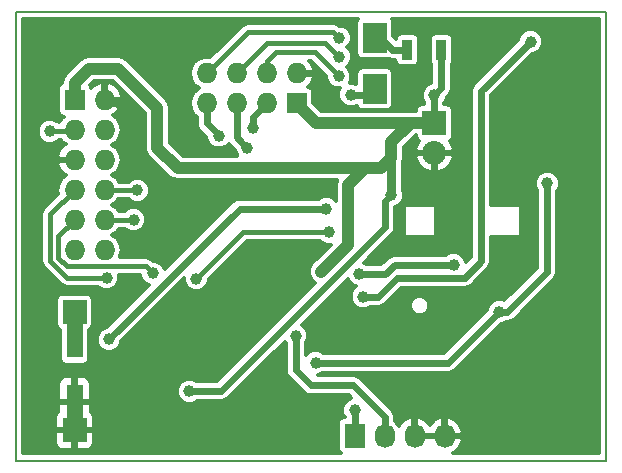
<source format=gbr>
G04 #@! TF.FileFunction,Copper,L2,Bot,Signal*
%FSLAX46Y46*%
G04 Gerber Fmt 4.6, Leading zero omitted, Abs format (unit mm)*
G04 Created by KiCad (PCBNEW 4.0.0-2.201512091501+6195~38~ubuntu15.10.1-stable) date do 17 dec 2015 22:41:49 CET*
%MOMM*%
G01*
G04 APERTURE LIST*
%ADD10C,0.100000*%
%ADD11C,0.150000*%
%ADD12R,1.727200X1.727200*%
%ADD13O,1.727200X1.727200*%
%ADD14R,2.000000X2.500000*%
%ADD15R,1.727200X2.032000*%
%ADD16O,1.727200X2.032000*%
%ADD17R,2.032000X2.032000*%
%ADD18O,2.032000X2.032000*%
%ADD19R,0.900000X1.700000*%
%ADD20R,1.399540X2.999740*%
%ADD21R,1.998980X1.998980*%
%ADD22C,1.000000*%
%ADD23C,0.600000*%
%ADD24C,0.800000*%
%ADD25C,1.000000*%
%ADD26C,0.400000*%
%ADD27C,0.300000*%
G04 APERTURE END LIST*
D10*
D11*
X124666666Y-69000000D02*
G75*
G03X124666666Y-69000000I-666666J0D01*
G01*
X123000000Y-69000000D02*
X125000000Y-69000000D01*
X124000000Y-68000000D02*
X124000000Y-70000000D01*
X88966666Y-60400000D02*
G75*
G03X88966666Y-60400000I-666666J0D01*
G01*
X87300000Y-60400000D02*
X89300000Y-60400000D01*
X88300000Y-59400000D02*
X88300000Y-61400000D01*
X98666666Y-91200000D02*
G75*
G03X98666666Y-91200000I-666666J0D01*
G01*
X97000000Y-91200000D02*
X99000000Y-91200000D01*
X98000000Y-90200000D02*
X98000000Y-92200000D01*
X77000000Y-95000000D02*
X77000000Y-57000000D01*
X127000000Y-95000000D02*
X77000000Y-95000000D01*
X127000000Y-57000000D02*
X127000000Y-95000000D01*
X77000000Y-57000000D02*
X127000000Y-57000000D01*
D12*
X100780000Y-64740000D03*
D13*
X100780000Y-62200000D03*
X98240000Y-64740000D03*
X98240000Y-62200000D03*
X95700000Y-64740000D03*
X95700000Y-62200000D03*
X93160000Y-64740000D03*
X93160000Y-62200000D03*
D14*
X107400000Y-63500000D03*
X107400000Y-59200000D03*
D15*
X105700000Y-92900000D03*
D16*
X108240000Y-92900000D03*
X110780000Y-92900000D03*
X113320000Y-92900000D03*
D17*
X112450000Y-66400000D03*
D18*
X112450000Y-68940000D03*
D19*
X113050000Y-60200000D03*
X110150000Y-60200000D03*
D20*
X81980000Y-84799040D03*
X81980000Y-90000960D03*
D21*
X81980000Y-82398740D03*
X81980000Y-92401260D03*
D12*
X81980000Y-64430000D03*
D13*
X84520000Y-64430000D03*
X81980000Y-66970000D03*
X84520000Y-66970000D03*
X81980000Y-69510000D03*
X84520000Y-69510000D03*
X81980000Y-72050000D03*
X84520000Y-72050000D03*
X81980000Y-74590000D03*
X84520000Y-74590000D03*
X81980000Y-77130000D03*
X84520000Y-77130000D03*
D22*
X102400000Y-86700000D03*
X122000000Y-71500000D03*
X117926091Y-82370428D03*
X109000000Y-82850000D03*
X104450000Y-81200000D03*
X87200000Y-66200000D03*
X110400000Y-72100000D03*
X103533548Y-75650000D03*
X92300000Y-79600000D03*
X88600000Y-79100000D03*
X105361890Y-64017668D03*
X103308012Y-73649979D03*
X84900000Y-84700000D03*
X100702832Y-84402832D03*
X104399998Y-60800000D03*
X104400006Y-59200000D03*
X96600000Y-68499992D03*
X97100000Y-66800000D03*
X104361870Y-62418909D03*
X106100000Y-79200000D03*
X114100000Y-78399980D03*
X87300000Y-72100000D03*
X87000000Y-74600000D03*
X84700000Y-79493621D03*
X79900000Y-67100000D03*
X94200000Y-67500000D03*
X105700000Y-90700000D03*
X120600000Y-59500000D03*
X106400000Y-81100000D03*
X89000000Y-68500000D03*
X102868478Y-78982720D03*
X112450000Y-64055051D03*
X91700000Y-89100000D03*
X108800000Y-72500000D03*
D23*
X117926091Y-82370428D02*
X113596519Y-86700000D01*
X113596519Y-86700000D02*
X102400000Y-86700000D01*
X118633197Y-82370428D02*
X117926091Y-82370428D01*
X122000000Y-71500000D02*
X122000000Y-79003625D01*
X122000000Y-79003625D02*
X118633197Y-82370428D01*
D24*
X104450000Y-82150000D02*
X105150000Y-82850000D01*
X105150000Y-82850000D02*
X109000000Y-82850000D01*
X104450000Y-81200000D02*
X104450000Y-82150000D01*
X85600000Y-64600000D02*
X84690000Y-64600000D01*
X84690000Y-64600000D02*
X84520000Y-64430000D01*
X87200000Y-66200000D02*
X85600000Y-64600000D01*
D25*
X81980000Y-90000960D02*
X81980000Y-92401260D01*
D26*
X81980000Y-91001770D02*
X81980000Y-92401260D01*
X92300000Y-79600000D02*
X96250000Y-75650000D01*
X96250000Y-75650000D02*
X103533548Y-75650000D01*
X87993601Y-78493601D02*
X88100001Y-78600001D01*
X88100001Y-78600001D02*
X88600000Y-79100000D01*
X80616399Y-75953601D02*
X80616399Y-77784529D01*
X81980000Y-74590000D02*
X80616399Y-75953601D01*
X80616399Y-77784529D02*
X81325471Y-78493601D01*
X81325471Y-78493601D02*
X87993601Y-78493601D01*
D23*
X107382332Y-64017668D02*
X106068996Y-64017668D01*
X106068996Y-64017668D02*
X105361890Y-64017668D01*
X107400000Y-64000000D02*
X107382332Y-64017668D01*
X110150000Y-60200000D02*
X108900000Y-60200000D01*
X108900000Y-60200000D02*
X107400000Y-58700000D01*
D25*
X81980000Y-84799040D02*
X81980000Y-82398740D01*
D23*
X84900000Y-84700000D02*
X95950021Y-73649979D01*
X95950021Y-73649979D02*
X102600906Y-73649979D01*
X102600906Y-73649979D02*
X103308012Y-73649979D01*
X100702832Y-87302832D02*
X100702832Y-85109938D01*
X102000000Y-88600000D02*
X100702832Y-87302832D01*
X105556000Y-88600000D02*
X102000000Y-88600000D01*
X108240000Y-91284000D02*
X105556000Y-88600000D01*
X100702832Y-85109938D02*
X100702832Y-84402832D01*
X108240000Y-92900000D02*
X108240000Y-91284000D01*
D26*
X95700000Y-62200000D02*
X98299988Y-59600012D01*
X98299988Y-59600012D02*
X103200010Y-59600012D01*
X103200010Y-59600012D02*
X103899999Y-60300001D01*
X103899999Y-60300001D02*
X104399998Y-60800000D01*
X103900007Y-58700001D02*
X104400006Y-59200000D01*
X96660000Y-58700000D02*
X103900007Y-58700001D01*
X93160000Y-62200000D02*
X96660000Y-58700000D01*
D23*
X95700000Y-64740000D02*
X95700000Y-67599992D01*
X95700000Y-67599992D02*
X96100001Y-67999993D01*
X96100001Y-67999993D02*
X96600000Y-68499992D01*
X97100000Y-65880000D02*
X97100000Y-66092894D01*
X97100000Y-66092894D02*
X97100000Y-66800000D01*
X98240000Y-64740000D02*
X97100000Y-65880000D01*
D26*
X98240000Y-62200000D02*
X98240000Y-61160000D01*
X98240000Y-61160000D02*
X99000000Y-60400000D01*
X99000000Y-60400000D02*
X102342961Y-60400000D01*
X102342961Y-60400000D02*
X104361870Y-62418909D01*
D23*
X106100000Y-79200000D02*
X108300000Y-79200000D01*
X108300000Y-79200000D02*
X109100020Y-78399980D01*
X109100020Y-78399980D02*
X113392894Y-78399980D01*
X113392894Y-78399980D02*
X114100000Y-78399980D01*
D26*
X87300000Y-72100000D02*
X84570000Y-72100000D01*
X84570000Y-72100000D02*
X84520000Y-72050000D01*
X87000000Y-74600000D02*
X84530000Y-74600000D01*
X84530000Y-74600000D02*
X84520000Y-74590000D01*
X81980000Y-72050000D02*
X79916389Y-74113611D01*
X81335528Y-79493621D02*
X83992894Y-79493621D01*
X79916389Y-78074482D02*
X81335528Y-79493621D01*
X79916389Y-74113611D02*
X79916389Y-78074482D01*
X83992894Y-79493621D02*
X84700000Y-79493621D01*
X79900000Y-67100000D02*
X81850000Y-67100000D01*
X81850000Y-67100000D02*
X81980000Y-66970000D01*
D23*
X94200000Y-67500000D02*
X94200000Y-67400000D01*
X94200000Y-67400000D02*
X93160000Y-66360000D01*
X93160000Y-66360000D02*
X93160000Y-64740000D01*
X105700000Y-90700000D02*
X105700000Y-92900000D01*
X106400000Y-81100000D02*
X107672806Y-81100000D01*
X107672806Y-81100000D02*
X109272797Y-79500009D01*
X114999991Y-79500009D02*
X116400000Y-78100000D01*
X109272797Y-79500009D02*
X114999991Y-79500009D01*
X116400000Y-78100000D02*
X116400000Y-63700000D01*
X116400000Y-63700000D02*
X120600000Y-59500000D01*
X91700000Y-89100000D02*
X94400000Y-89100000D01*
X94400000Y-89100000D02*
X108300001Y-75199999D01*
X108300001Y-75199999D02*
X108300001Y-72999999D01*
X108300001Y-72999999D02*
X108800000Y-72500000D01*
D25*
X106600000Y-70200000D02*
X90700000Y-70200000D01*
X90700000Y-70200000D02*
X89000000Y-68500000D01*
X89000000Y-65100000D02*
X85700000Y-61800000D01*
X89000000Y-68500000D02*
X89000000Y-65100000D01*
X85700000Y-61800000D02*
X83200000Y-61800000D01*
X83200000Y-61800000D02*
X81980000Y-63020000D01*
X81980000Y-63020000D02*
X81980000Y-64430000D01*
X102400000Y-66400000D02*
X100700000Y-64700000D01*
X112450000Y-66400000D02*
X102400000Y-66400000D01*
X110434000Y-66400000D02*
X112450000Y-66400000D01*
D23*
X113050000Y-60200000D02*
X113050000Y-63455051D01*
X113050000Y-63455051D02*
X112450000Y-64055051D01*
X112450000Y-64055051D02*
X112450000Y-66400000D01*
D25*
X102868478Y-78982720D02*
X105156018Y-76695180D01*
X105156018Y-76695180D02*
X105156018Y-71643982D01*
X108800000Y-68034000D02*
X110434000Y-66400000D01*
X105156018Y-71643982D02*
X106600000Y-70200000D01*
X106600000Y-70200000D02*
X107934000Y-70200000D01*
X108800000Y-69334000D02*
X108800000Y-68034000D01*
X107934000Y-70200000D02*
X108800000Y-69334000D01*
D24*
X108800000Y-69334000D02*
X108800000Y-72500000D01*
D27*
G36*
X105883406Y-57731827D02*
X105839225Y-57950000D01*
X105839225Y-60450000D01*
X105877576Y-60653818D01*
X105998032Y-60841012D01*
X106181827Y-60966594D01*
X106400000Y-61010775D01*
X108400000Y-61010775D01*
X108566079Y-60979525D01*
X108574719Y-60985298D01*
X108900000Y-61050000D01*
X109139225Y-61050000D01*
X109177576Y-61253818D01*
X109298032Y-61441012D01*
X109481827Y-61566594D01*
X109700000Y-61610775D01*
X110600000Y-61610775D01*
X110803818Y-61572424D01*
X110991012Y-61451968D01*
X111116594Y-61268173D01*
X111160775Y-61050000D01*
X111160775Y-59350000D01*
X111122424Y-59146182D01*
X111001968Y-58958988D01*
X110818173Y-58833406D01*
X110600000Y-58789225D01*
X109700000Y-58789225D01*
X109496182Y-58827576D01*
X109308988Y-58948032D01*
X109183406Y-59131827D01*
X109158230Y-59256148D01*
X108960775Y-59058693D01*
X108960775Y-57950000D01*
X108922424Y-57746182D01*
X108844446Y-57625000D01*
X126375000Y-57625000D01*
X126375000Y-94375000D01*
X114017124Y-94375000D01*
X114254500Y-94256287D01*
X114644073Y-93807029D01*
X114832068Y-93242885D01*
X114678750Y-93004000D01*
X113424000Y-93004000D01*
X113424000Y-93024000D01*
X113216000Y-93024000D01*
X113216000Y-93004000D01*
X110884000Y-93004000D01*
X110884000Y-93024000D01*
X110676000Y-93024000D01*
X110676000Y-93004000D01*
X110656000Y-93004000D01*
X110656000Y-92796000D01*
X110676000Y-92796000D01*
X110676000Y-91394491D01*
X110884000Y-91394491D01*
X110884000Y-92796000D01*
X113216000Y-92796000D01*
X113216000Y-91394491D01*
X113424000Y-91394491D01*
X113424000Y-92796000D01*
X114678750Y-92796000D01*
X114832068Y-92557115D01*
X114644073Y-91992971D01*
X114254500Y-91543713D01*
X113722658Y-91277736D01*
X113660194Y-91264517D01*
X113424000Y-91394491D01*
X113216000Y-91394491D01*
X112979806Y-91264517D01*
X112917342Y-91277736D01*
X112385500Y-91543713D01*
X112050000Y-91930614D01*
X111714500Y-91543713D01*
X111182658Y-91277736D01*
X111120194Y-91264517D01*
X110884000Y-91394491D01*
X110676000Y-91394491D01*
X110439806Y-91264517D01*
X110377342Y-91277736D01*
X109845500Y-91543713D01*
X109455927Y-91992971D01*
X109445212Y-92025125D01*
X109239566Y-91717354D01*
X109090000Y-91617417D01*
X109090000Y-91284000D01*
X109025298Y-90958719D01*
X108841041Y-90682959D01*
X106157041Y-87998959D01*
X105881281Y-87814702D01*
X105556000Y-87750000D01*
X102608382Y-87750000D01*
X102994000Y-87590666D01*
X103034737Y-87550000D01*
X113596519Y-87550000D01*
X113921800Y-87485298D01*
X114197560Y-87301041D01*
X118078039Y-83420561D01*
X118134033Y-83420610D01*
X118520091Y-83261094D01*
X118560828Y-83220428D01*
X118633197Y-83220428D01*
X118958478Y-83155726D01*
X119234238Y-82971469D01*
X122601038Y-79604668D01*
X122601041Y-79604666D01*
X122785298Y-79328906D01*
X122850000Y-79003625D01*
X122850000Y-72135113D01*
X122889628Y-72095554D01*
X123049818Y-71709774D01*
X123050182Y-71292058D01*
X122890666Y-70906000D01*
X122595554Y-70610372D01*
X122209774Y-70450182D01*
X121792058Y-70449818D01*
X121406000Y-70609334D01*
X121110372Y-70904446D01*
X120950182Y-71290226D01*
X120949818Y-71707942D01*
X121109334Y-72094000D01*
X121150000Y-72134737D01*
X121150000Y-78651544D01*
X118379689Y-81421854D01*
X118135865Y-81320610D01*
X117718149Y-81320246D01*
X117332091Y-81479762D01*
X117036463Y-81774874D01*
X116876273Y-82160654D01*
X116876223Y-82218215D01*
X113244437Y-85850000D01*
X103035113Y-85850000D01*
X102995554Y-85810372D01*
X102609774Y-85650182D01*
X102192058Y-85649818D01*
X101806000Y-85809334D01*
X101552832Y-86062060D01*
X101552832Y-85037945D01*
X101592460Y-84998386D01*
X101752650Y-84612606D01*
X101753014Y-84194890D01*
X101593498Y-83808832D01*
X101298386Y-83513204D01*
X101221008Y-83481074D01*
X105121253Y-79580829D01*
X105209334Y-79794000D01*
X105504446Y-80089628D01*
X105802102Y-80213226D01*
X105510372Y-80504446D01*
X105350182Y-80890226D01*
X105349818Y-81307942D01*
X105509334Y-81694000D01*
X105804446Y-81989628D01*
X106190226Y-82149818D01*
X106607942Y-82150182D01*
X106902599Y-82028432D01*
X110399861Y-82028432D01*
X110521397Y-82322572D01*
X110746245Y-82547812D01*
X111040172Y-82669861D01*
X111358432Y-82670139D01*
X111652572Y-82548603D01*
X111877812Y-82323755D01*
X111999861Y-82029828D01*
X112000139Y-81711568D01*
X111878603Y-81417428D01*
X111653755Y-81192188D01*
X111359828Y-81070139D01*
X111041568Y-81069861D01*
X110747428Y-81191397D01*
X110522188Y-81416245D01*
X110400139Y-81710172D01*
X110399861Y-82028432D01*
X106902599Y-82028432D01*
X106994000Y-81990666D01*
X107034737Y-81950000D01*
X107672806Y-81950000D01*
X107998087Y-81885298D01*
X108273847Y-81701041D01*
X109624879Y-80350009D01*
X114999991Y-80350009D01*
X115325272Y-80285307D01*
X115601032Y-80101050D01*
X117001041Y-78701041D01*
X117185298Y-78425281D01*
X117250001Y-78100000D01*
X117250000Y-78099995D01*
X117250000Y-76050000D01*
X119600000Y-76050000D01*
X119654519Y-76039742D01*
X119704591Y-76007521D01*
X119738182Y-75958358D01*
X119750000Y-75900000D01*
X119750000Y-73500000D01*
X119739742Y-73445481D01*
X119707521Y-73395409D01*
X119658358Y-73361818D01*
X119600000Y-73350000D01*
X117250000Y-73350000D01*
X117250000Y-64052082D01*
X120751949Y-60550133D01*
X120807942Y-60550182D01*
X121194000Y-60390666D01*
X121489628Y-60095554D01*
X121649818Y-59709774D01*
X121650182Y-59292058D01*
X121490666Y-58906000D01*
X121195554Y-58610372D01*
X120809774Y-58450182D01*
X120392058Y-58449818D01*
X120006000Y-58609334D01*
X119710372Y-58904446D01*
X119550182Y-59290226D01*
X119550132Y-59347786D01*
X115798959Y-63098959D01*
X115614702Y-63374719D01*
X115550000Y-63700000D01*
X115550000Y-77747918D01*
X115137229Y-78160689D01*
X114990666Y-77805980D01*
X114695554Y-77510352D01*
X114309774Y-77350162D01*
X113892058Y-77349798D01*
X113506000Y-77509314D01*
X113465263Y-77549980D01*
X109100020Y-77549980D01*
X108774739Y-77614682D01*
X108498979Y-77798939D01*
X107947918Y-78350000D01*
X106735113Y-78350000D01*
X106695554Y-78310372D01*
X106480859Y-78221223D01*
X108901042Y-75801040D01*
X109085299Y-75525280D01*
X109150001Y-75199999D01*
X109150001Y-73500000D01*
X109850000Y-73500000D01*
X109850000Y-75900000D01*
X109860258Y-75954519D01*
X109892479Y-76004591D01*
X109941642Y-76038182D01*
X110000000Y-76050000D01*
X112400000Y-76050000D01*
X112454519Y-76039742D01*
X112504591Y-76007521D01*
X112538182Y-75958358D01*
X112550000Y-75900000D01*
X112550000Y-73500000D01*
X112539742Y-73445481D01*
X112507521Y-73395409D01*
X112458358Y-73361818D01*
X112400000Y-73350000D01*
X110000000Y-73350000D01*
X109945481Y-73360258D01*
X109895409Y-73392479D01*
X109861818Y-73441642D01*
X109850000Y-73500000D01*
X109150001Y-73500000D01*
X109150001Y-73491484D01*
X109394000Y-73390666D01*
X109689628Y-73095554D01*
X109849818Y-72709774D01*
X109850182Y-72292058D01*
X109750000Y-72049599D01*
X109750000Y-69765861D01*
X109770074Y-69735818D01*
X109850000Y-69334000D01*
X109850000Y-69304086D01*
X110816066Y-69304086D01*
X111079772Y-69901651D01*
X111552082Y-70352813D01*
X112085915Y-70573927D01*
X112346000Y-70445913D01*
X112346000Y-69044000D01*
X112554000Y-69044000D01*
X112554000Y-70445913D01*
X112814085Y-70573927D01*
X113347918Y-70352813D01*
X113820228Y-69901651D01*
X114083934Y-69304086D01*
X113956273Y-69044000D01*
X112554000Y-69044000D01*
X112346000Y-69044000D01*
X110943727Y-69044000D01*
X110816066Y-69304086D01*
X109850000Y-69304086D01*
X109850000Y-68468924D01*
X110868924Y-67450000D01*
X110879623Y-67450000D01*
X110911576Y-67619818D01*
X111032032Y-67807012D01*
X111164434Y-67897478D01*
X111079772Y-67978349D01*
X110816066Y-68575914D01*
X110943727Y-68836000D01*
X112346000Y-68836000D01*
X112346000Y-68816000D01*
X112554000Y-68816000D01*
X112554000Y-68836000D01*
X113956273Y-68836000D01*
X114083934Y-68575914D01*
X113820228Y-67978349D01*
X113734714Y-67896664D01*
X113857012Y-67817968D01*
X113982594Y-67634173D01*
X114026775Y-67416000D01*
X114026775Y-65384000D01*
X113988424Y-65180182D01*
X113867968Y-64992988D01*
X113684173Y-64867406D01*
X113466000Y-64823225D01*
X113300000Y-64823225D01*
X113300000Y-64690164D01*
X113339628Y-64650605D01*
X113499818Y-64264825D01*
X113499868Y-64207265D01*
X113651041Y-64056092D01*
X113835298Y-63780332D01*
X113900000Y-63455051D01*
X113900000Y-61438814D01*
X114016594Y-61268173D01*
X114060775Y-61050000D01*
X114060775Y-59350000D01*
X114022424Y-59146182D01*
X113901968Y-58958988D01*
X113718173Y-58833406D01*
X113500000Y-58789225D01*
X112600000Y-58789225D01*
X112396182Y-58827576D01*
X112208988Y-58948032D01*
X112083406Y-59131827D01*
X112039225Y-59350000D01*
X112039225Y-61050000D01*
X112077576Y-61253818D01*
X112198032Y-61441012D01*
X112200000Y-61442357D01*
X112200000Y-63022247D01*
X111856000Y-63164385D01*
X111560372Y-63459497D01*
X111400182Y-63845277D01*
X111399818Y-64262993D01*
X111559334Y-64649051D01*
X111600000Y-64689788D01*
X111600000Y-64823225D01*
X111434000Y-64823225D01*
X111230182Y-64861576D01*
X111042988Y-64982032D01*
X110917406Y-65165827D01*
X110880110Y-65350000D01*
X102834924Y-65350000D01*
X102204375Y-64719451D01*
X102204375Y-63876400D01*
X102166024Y-63672582D01*
X102045568Y-63485388D01*
X101861773Y-63359806D01*
X101757445Y-63338679D01*
X102069257Y-63008149D01*
X102263083Y-62540194D01*
X102133109Y-62304000D01*
X100884000Y-62304000D01*
X100884000Y-62324000D01*
X100676000Y-62324000D01*
X100676000Y-62304000D01*
X100656000Y-62304000D01*
X100656000Y-62096000D01*
X100676000Y-62096000D01*
X100676000Y-62076000D01*
X100884000Y-62076000D01*
X100884000Y-62096000D01*
X102133109Y-62096000D01*
X102263083Y-61859806D01*
X102069257Y-61391851D01*
X101841102Y-61150000D01*
X102032301Y-61150000D01*
X103311860Y-62429559D01*
X103311688Y-62626851D01*
X103471204Y-63012909D01*
X103766316Y-63308537D01*
X104152096Y-63468727D01*
X104452798Y-63468989D01*
X104312072Y-63807894D01*
X104311708Y-64225610D01*
X104471224Y-64611668D01*
X104766336Y-64907296D01*
X105152116Y-65067486D01*
X105569832Y-65067850D01*
X105875284Y-64941640D01*
X105877576Y-64953818D01*
X105998032Y-65141012D01*
X106181827Y-65266594D01*
X106400000Y-65310775D01*
X108400000Y-65310775D01*
X108603818Y-65272424D01*
X108791012Y-65151968D01*
X108916594Y-64968173D01*
X108960775Y-64750000D01*
X108960775Y-62250000D01*
X108922424Y-62046182D01*
X108801968Y-61858988D01*
X108618173Y-61733406D01*
X108400000Y-61689225D01*
X106400000Y-61689225D01*
X106196182Y-61727576D01*
X106008988Y-61848032D01*
X105883406Y-62031827D01*
X105839225Y-62250000D01*
X105839225Y-63078951D01*
X105571664Y-62967850D01*
X105270962Y-62967588D01*
X105411688Y-62628683D01*
X105412052Y-62210967D01*
X105252536Y-61824909D01*
X105056371Y-61628401D01*
X105289626Y-61395554D01*
X105449816Y-61009774D01*
X105450180Y-60592058D01*
X105290664Y-60206000D01*
X105084927Y-59999903D01*
X105289634Y-59795554D01*
X105449824Y-59409774D01*
X105450188Y-58992058D01*
X105290672Y-58606000D01*
X104995560Y-58310372D01*
X104609780Y-58150182D01*
X104400897Y-58150000D01*
X104187020Y-58007091D01*
X103900007Y-57950001D01*
X96660000Y-57950000D01*
X96372987Y-58007090D01*
X96129670Y-58169670D01*
X93458978Y-60840362D01*
X93187694Y-60786400D01*
X93132306Y-60786400D01*
X92591345Y-60894004D01*
X92132740Y-61200434D01*
X91826310Y-61659039D01*
X91718706Y-62200000D01*
X91826310Y-62740961D01*
X92132740Y-63199566D01*
X92537473Y-63470000D01*
X92132740Y-63740434D01*
X91826310Y-64199039D01*
X91718706Y-64740000D01*
X91826310Y-65280961D01*
X92132740Y-65739566D01*
X92310000Y-65858007D01*
X92310000Y-66360000D01*
X92374702Y-66685281D01*
X92558959Y-66961041D01*
X93149954Y-67552036D01*
X93149818Y-67707942D01*
X93309334Y-68094000D01*
X93604446Y-68389628D01*
X93990226Y-68549818D01*
X94407942Y-68550182D01*
X94794000Y-68390666D01*
X95052947Y-68132171D01*
X95098959Y-68201033D01*
X95549867Y-68651941D01*
X95549818Y-68707934D01*
X95709334Y-69093992D01*
X95765244Y-69150000D01*
X91134924Y-69150000D01*
X90050000Y-68065076D01*
X90050000Y-65100000D01*
X89970074Y-64698182D01*
X89742462Y-64357538D01*
X86442462Y-61057538D01*
X86101818Y-60829926D01*
X85700000Y-60750000D01*
X83200000Y-60750000D01*
X82798182Y-60829926D01*
X82468819Y-61050000D01*
X82457538Y-61057538D01*
X81237538Y-62277538D01*
X81009926Y-62618182D01*
X80930000Y-63020000D01*
X80930000Y-63040699D01*
X80912582Y-63043976D01*
X80725388Y-63164432D01*
X80599806Y-63348227D01*
X80555625Y-63566400D01*
X80555625Y-65293600D01*
X80593976Y-65497418D01*
X80714432Y-65684612D01*
X80898227Y-65810194D01*
X81116400Y-65854375D01*
X81126435Y-65854375D01*
X80952740Y-65970434D01*
X80699122Y-66350000D01*
X80634938Y-66350000D01*
X80495554Y-66210372D01*
X80109774Y-66050182D01*
X79692058Y-66049818D01*
X79306000Y-66209334D01*
X79010372Y-66504446D01*
X78850182Y-66890226D01*
X78849818Y-67307942D01*
X79009334Y-67694000D01*
X79304446Y-67989628D01*
X79690226Y-68149818D01*
X80107942Y-68150182D01*
X80494000Y-67990666D01*
X80634912Y-67850000D01*
X80872849Y-67850000D01*
X80952740Y-67969566D01*
X81280130Y-68188321D01*
X81098147Y-68269990D01*
X80690743Y-68701851D01*
X80496917Y-69169806D01*
X80626891Y-69406000D01*
X81876000Y-69406000D01*
X81876000Y-69386000D01*
X82084000Y-69386000D01*
X82084000Y-69406000D01*
X82104000Y-69406000D01*
X82104000Y-69614000D01*
X82084000Y-69614000D01*
X82084000Y-69634000D01*
X81876000Y-69634000D01*
X81876000Y-69614000D01*
X80626891Y-69614000D01*
X80496917Y-69850194D01*
X80690743Y-70318149D01*
X81098147Y-70750010D01*
X81280130Y-70831679D01*
X80952740Y-71050434D01*
X80646310Y-71509039D01*
X80538706Y-72050000D01*
X80601857Y-72367483D01*
X79386059Y-73583281D01*
X79223479Y-73826598D01*
X79166389Y-74113611D01*
X79166389Y-78074482D01*
X79223479Y-78361495D01*
X79386059Y-78604812D01*
X80805198Y-80023951D01*
X81048515Y-80186531D01*
X81335528Y-80243621D01*
X83965062Y-80243621D01*
X84104446Y-80383249D01*
X84490226Y-80543439D01*
X84907942Y-80543803D01*
X85294000Y-80384287D01*
X85589628Y-80089175D01*
X85749818Y-79703395D01*
X85750182Y-79285679D01*
X85732796Y-79243601D01*
X87549874Y-79243601D01*
X87549818Y-79307942D01*
X87709334Y-79694000D01*
X88004446Y-79989628D01*
X88289801Y-80108118D01*
X84748051Y-83649867D01*
X84692058Y-83649818D01*
X84306000Y-83809334D01*
X84010372Y-84104446D01*
X83850182Y-84490226D01*
X83849818Y-84907942D01*
X84009334Y-85294000D01*
X84304446Y-85589628D01*
X84690226Y-85749818D01*
X85107942Y-85750182D01*
X85494000Y-85590666D01*
X85789628Y-85295554D01*
X85949818Y-84909774D01*
X85949868Y-84852214D01*
X91250041Y-79552040D01*
X91249818Y-79807942D01*
X91409334Y-80194000D01*
X91704446Y-80489628D01*
X92090226Y-80649818D01*
X92507942Y-80650182D01*
X92894000Y-80490666D01*
X93189628Y-80195554D01*
X93349818Y-79809774D01*
X93349992Y-79610668D01*
X96560660Y-76400000D01*
X102798610Y-76400000D01*
X102937994Y-76539628D01*
X103323774Y-76699818D01*
X103666158Y-76700116D01*
X102126664Y-78239610D01*
X101978850Y-78387166D01*
X101818660Y-78772946D01*
X101818296Y-79190662D01*
X101977812Y-79576720D01*
X102272924Y-79872348D01*
X102380783Y-79917135D01*
X94047918Y-88250000D01*
X92335113Y-88250000D01*
X92295554Y-88210372D01*
X91909774Y-88050182D01*
X91492058Y-88049818D01*
X91106000Y-88209334D01*
X90810372Y-88504446D01*
X90650182Y-88890226D01*
X90649818Y-89307942D01*
X90809334Y-89694000D01*
X91104446Y-89989628D01*
X91490226Y-90149818D01*
X91907942Y-90150182D01*
X92294000Y-89990666D01*
X92334737Y-89950000D01*
X94400000Y-89950000D01*
X94725281Y-89885298D01*
X95001041Y-89701041D01*
X99780906Y-84921176D01*
X99812166Y-84996832D01*
X99852832Y-85037569D01*
X99852832Y-87302832D01*
X99917534Y-87628113D01*
X100101791Y-87903873D01*
X101398957Y-89201038D01*
X101398959Y-89201041D01*
X101674719Y-89385298D01*
X102000000Y-89450001D01*
X102000005Y-89450000D01*
X105203918Y-89450000D01*
X105429560Y-89675642D01*
X105106000Y-89809334D01*
X104810372Y-90104446D01*
X104650182Y-90490226D01*
X104649818Y-90907942D01*
X104809334Y-91294000D01*
X104838508Y-91323225D01*
X104836400Y-91323225D01*
X104632582Y-91361576D01*
X104445388Y-91482032D01*
X104319806Y-91665827D01*
X104275625Y-91884000D01*
X104275625Y-93916000D01*
X104313976Y-94119818D01*
X104434432Y-94307012D01*
X104533936Y-94375000D01*
X77625000Y-94375000D01*
X77625000Y-92669760D01*
X80322510Y-92669760D01*
X80322510Y-93531634D01*
X80422684Y-93773477D01*
X80607783Y-93958575D01*
X80849625Y-94058750D01*
X81711500Y-94058750D01*
X81876000Y-93894250D01*
X81876000Y-92505260D01*
X82084000Y-92505260D01*
X82084000Y-93894250D01*
X82248500Y-94058750D01*
X83110375Y-94058750D01*
X83352217Y-93958575D01*
X83537316Y-93773477D01*
X83637490Y-93531634D01*
X83637490Y-92669760D01*
X83472990Y-92505260D01*
X82084000Y-92505260D01*
X81876000Y-92505260D01*
X80487010Y-92505260D01*
X80322510Y-92669760D01*
X77625000Y-92669760D01*
X77625000Y-91270886D01*
X80322510Y-91270886D01*
X80322510Y-92132760D01*
X80487010Y-92297260D01*
X81876000Y-92297260D01*
X81876000Y-90104960D01*
X82084000Y-90104960D01*
X82084000Y-92297260D01*
X83472990Y-92297260D01*
X83637490Y-92132760D01*
X83637490Y-91270886D01*
X83537316Y-91029043D01*
X83352217Y-90843945D01*
X83337770Y-90837961D01*
X83337770Y-90269460D01*
X83173270Y-90104960D01*
X82084000Y-90104960D01*
X81876000Y-90104960D01*
X80786730Y-90104960D01*
X80622230Y-90269460D01*
X80622230Y-90837961D01*
X80607783Y-90843945D01*
X80422684Y-91029043D01*
X80322510Y-91270886D01*
X77625000Y-91270886D01*
X77625000Y-88370206D01*
X80622230Y-88370206D01*
X80622230Y-89732460D01*
X80786730Y-89896960D01*
X81876000Y-89896960D01*
X81876000Y-88007590D01*
X82084000Y-88007590D01*
X82084000Y-89896960D01*
X83173270Y-89896960D01*
X83337770Y-89732460D01*
X83337770Y-88370206D01*
X83237596Y-88128363D01*
X83052497Y-87943265D01*
X82810655Y-87843090D01*
X82248500Y-87843090D01*
X82084000Y-88007590D01*
X81876000Y-88007590D01*
X81711500Y-87843090D01*
X81149345Y-87843090D01*
X80907503Y-87943265D01*
X80722404Y-88128363D01*
X80622230Y-88370206D01*
X77625000Y-88370206D01*
X77625000Y-81399250D01*
X80419735Y-81399250D01*
X80419735Y-83398230D01*
X80458086Y-83602048D01*
X80578542Y-83789242D01*
X80719455Y-83885524D01*
X80719455Y-86298910D01*
X80757806Y-86502728D01*
X80878262Y-86689922D01*
X81062057Y-86815504D01*
X81280230Y-86859685D01*
X82679770Y-86859685D01*
X82883588Y-86821334D01*
X83070782Y-86700878D01*
X83196364Y-86517083D01*
X83240545Y-86298910D01*
X83240545Y-83883823D01*
X83370502Y-83800198D01*
X83496084Y-83616403D01*
X83540265Y-83398230D01*
X83540265Y-81399250D01*
X83501914Y-81195432D01*
X83381458Y-81008238D01*
X83197663Y-80882656D01*
X82979490Y-80838475D01*
X80980510Y-80838475D01*
X80776692Y-80876826D01*
X80589498Y-80997282D01*
X80463916Y-81181077D01*
X80419735Y-81399250D01*
X77625000Y-81399250D01*
X77625000Y-57625000D01*
X105956398Y-57625000D01*
X105883406Y-57731827D01*
X105883406Y-57731827D01*
G37*
X105883406Y-57731827D02*
X105839225Y-57950000D01*
X105839225Y-60450000D01*
X105877576Y-60653818D01*
X105998032Y-60841012D01*
X106181827Y-60966594D01*
X106400000Y-61010775D01*
X108400000Y-61010775D01*
X108566079Y-60979525D01*
X108574719Y-60985298D01*
X108900000Y-61050000D01*
X109139225Y-61050000D01*
X109177576Y-61253818D01*
X109298032Y-61441012D01*
X109481827Y-61566594D01*
X109700000Y-61610775D01*
X110600000Y-61610775D01*
X110803818Y-61572424D01*
X110991012Y-61451968D01*
X111116594Y-61268173D01*
X111160775Y-61050000D01*
X111160775Y-59350000D01*
X111122424Y-59146182D01*
X111001968Y-58958988D01*
X110818173Y-58833406D01*
X110600000Y-58789225D01*
X109700000Y-58789225D01*
X109496182Y-58827576D01*
X109308988Y-58948032D01*
X109183406Y-59131827D01*
X109158230Y-59256148D01*
X108960775Y-59058693D01*
X108960775Y-57950000D01*
X108922424Y-57746182D01*
X108844446Y-57625000D01*
X126375000Y-57625000D01*
X126375000Y-94375000D01*
X114017124Y-94375000D01*
X114254500Y-94256287D01*
X114644073Y-93807029D01*
X114832068Y-93242885D01*
X114678750Y-93004000D01*
X113424000Y-93004000D01*
X113424000Y-93024000D01*
X113216000Y-93024000D01*
X113216000Y-93004000D01*
X110884000Y-93004000D01*
X110884000Y-93024000D01*
X110676000Y-93024000D01*
X110676000Y-93004000D01*
X110656000Y-93004000D01*
X110656000Y-92796000D01*
X110676000Y-92796000D01*
X110676000Y-91394491D01*
X110884000Y-91394491D01*
X110884000Y-92796000D01*
X113216000Y-92796000D01*
X113216000Y-91394491D01*
X113424000Y-91394491D01*
X113424000Y-92796000D01*
X114678750Y-92796000D01*
X114832068Y-92557115D01*
X114644073Y-91992971D01*
X114254500Y-91543713D01*
X113722658Y-91277736D01*
X113660194Y-91264517D01*
X113424000Y-91394491D01*
X113216000Y-91394491D01*
X112979806Y-91264517D01*
X112917342Y-91277736D01*
X112385500Y-91543713D01*
X112050000Y-91930614D01*
X111714500Y-91543713D01*
X111182658Y-91277736D01*
X111120194Y-91264517D01*
X110884000Y-91394491D01*
X110676000Y-91394491D01*
X110439806Y-91264517D01*
X110377342Y-91277736D01*
X109845500Y-91543713D01*
X109455927Y-91992971D01*
X109445212Y-92025125D01*
X109239566Y-91717354D01*
X109090000Y-91617417D01*
X109090000Y-91284000D01*
X109025298Y-90958719D01*
X108841041Y-90682959D01*
X106157041Y-87998959D01*
X105881281Y-87814702D01*
X105556000Y-87750000D01*
X102608382Y-87750000D01*
X102994000Y-87590666D01*
X103034737Y-87550000D01*
X113596519Y-87550000D01*
X113921800Y-87485298D01*
X114197560Y-87301041D01*
X118078039Y-83420561D01*
X118134033Y-83420610D01*
X118520091Y-83261094D01*
X118560828Y-83220428D01*
X118633197Y-83220428D01*
X118958478Y-83155726D01*
X119234238Y-82971469D01*
X122601038Y-79604668D01*
X122601041Y-79604666D01*
X122785298Y-79328906D01*
X122850000Y-79003625D01*
X122850000Y-72135113D01*
X122889628Y-72095554D01*
X123049818Y-71709774D01*
X123050182Y-71292058D01*
X122890666Y-70906000D01*
X122595554Y-70610372D01*
X122209774Y-70450182D01*
X121792058Y-70449818D01*
X121406000Y-70609334D01*
X121110372Y-70904446D01*
X120950182Y-71290226D01*
X120949818Y-71707942D01*
X121109334Y-72094000D01*
X121150000Y-72134737D01*
X121150000Y-78651544D01*
X118379689Y-81421854D01*
X118135865Y-81320610D01*
X117718149Y-81320246D01*
X117332091Y-81479762D01*
X117036463Y-81774874D01*
X116876273Y-82160654D01*
X116876223Y-82218215D01*
X113244437Y-85850000D01*
X103035113Y-85850000D01*
X102995554Y-85810372D01*
X102609774Y-85650182D01*
X102192058Y-85649818D01*
X101806000Y-85809334D01*
X101552832Y-86062060D01*
X101552832Y-85037945D01*
X101592460Y-84998386D01*
X101752650Y-84612606D01*
X101753014Y-84194890D01*
X101593498Y-83808832D01*
X101298386Y-83513204D01*
X101221008Y-83481074D01*
X105121253Y-79580829D01*
X105209334Y-79794000D01*
X105504446Y-80089628D01*
X105802102Y-80213226D01*
X105510372Y-80504446D01*
X105350182Y-80890226D01*
X105349818Y-81307942D01*
X105509334Y-81694000D01*
X105804446Y-81989628D01*
X106190226Y-82149818D01*
X106607942Y-82150182D01*
X106902599Y-82028432D01*
X110399861Y-82028432D01*
X110521397Y-82322572D01*
X110746245Y-82547812D01*
X111040172Y-82669861D01*
X111358432Y-82670139D01*
X111652572Y-82548603D01*
X111877812Y-82323755D01*
X111999861Y-82029828D01*
X112000139Y-81711568D01*
X111878603Y-81417428D01*
X111653755Y-81192188D01*
X111359828Y-81070139D01*
X111041568Y-81069861D01*
X110747428Y-81191397D01*
X110522188Y-81416245D01*
X110400139Y-81710172D01*
X110399861Y-82028432D01*
X106902599Y-82028432D01*
X106994000Y-81990666D01*
X107034737Y-81950000D01*
X107672806Y-81950000D01*
X107998087Y-81885298D01*
X108273847Y-81701041D01*
X109624879Y-80350009D01*
X114999991Y-80350009D01*
X115325272Y-80285307D01*
X115601032Y-80101050D01*
X117001041Y-78701041D01*
X117185298Y-78425281D01*
X117250001Y-78100000D01*
X117250000Y-78099995D01*
X117250000Y-76050000D01*
X119600000Y-76050000D01*
X119654519Y-76039742D01*
X119704591Y-76007521D01*
X119738182Y-75958358D01*
X119750000Y-75900000D01*
X119750000Y-73500000D01*
X119739742Y-73445481D01*
X119707521Y-73395409D01*
X119658358Y-73361818D01*
X119600000Y-73350000D01*
X117250000Y-73350000D01*
X117250000Y-64052082D01*
X120751949Y-60550133D01*
X120807942Y-60550182D01*
X121194000Y-60390666D01*
X121489628Y-60095554D01*
X121649818Y-59709774D01*
X121650182Y-59292058D01*
X121490666Y-58906000D01*
X121195554Y-58610372D01*
X120809774Y-58450182D01*
X120392058Y-58449818D01*
X120006000Y-58609334D01*
X119710372Y-58904446D01*
X119550182Y-59290226D01*
X119550132Y-59347786D01*
X115798959Y-63098959D01*
X115614702Y-63374719D01*
X115550000Y-63700000D01*
X115550000Y-77747918D01*
X115137229Y-78160689D01*
X114990666Y-77805980D01*
X114695554Y-77510352D01*
X114309774Y-77350162D01*
X113892058Y-77349798D01*
X113506000Y-77509314D01*
X113465263Y-77549980D01*
X109100020Y-77549980D01*
X108774739Y-77614682D01*
X108498979Y-77798939D01*
X107947918Y-78350000D01*
X106735113Y-78350000D01*
X106695554Y-78310372D01*
X106480859Y-78221223D01*
X108901042Y-75801040D01*
X109085299Y-75525280D01*
X109150001Y-75199999D01*
X109150001Y-73500000D01*
X109850000Y-73500000D01*
X109850000Y-75900000D01*
X109860258Y-75954519D01*
X109892479Y-76004591D01*
X109941642Y-76038182D01*
X110000000Y-76050000D01*
X112400000Y-76050000D01*
X112454519Y-76039742D01*
X112504591Y-76007521D01*
X112538182Y-75958358D01*
X112550000Y-75900000D01*
X112550000Y-73500000D01*
X112539742Y-73445481D01*
X112507521Y-73395409D01*
X112458358Y-73361818D01*
X112400000Y-73350000D01*
X110000000Y-73350000D01*
X109945481Y-73360258D01*
X109895409Y-73392479D01*
X109861818Y-73441642D01*
X109850000Y-73500000D01*
X109150001Y-73500000D01*
X109150001Y-73491484D01*
X109394000Y-73390666D01*
X109689628Y-73095554D01*
X109849818Y-72709774D01*
X109850182Y-72292058D01*
X109750000Y-72049599D01*
X109750000Y-69765861D01*
X109770074Y-69735818D01*
X109850000Y-69334000D01*
X109850000Y-69304086D01*
X110816066Y-69304086D01*
X111079772Y-69901651D01*
X111552082Y-70352813D01*
X112085915Y-70573927D01*
X112346000Y-70445913D01*
X112346000Y-69044000D01*
X112554000Y-69044000D01*
X112554000Y-70445913D01*
X112814085Y-70573927D01*
X113347918Y-70352813D01*
X113820228Y-69901651D01*
X114083934Y-69304086D01*
X113956273Y-69044000D01*
X112554000Y-69044000D01*
X112346000Y-69044000D01*
X110943727Y-69044000D01*
X110816066Y-69304086D01*
X109850000Y-69304086D01*
X109850000Y-68468924D01*
X110868924Y-67450000D01*
X110879623Y-67450000D01*
X110911576Y-67619818D01*
X111032032Y-67807012D01*
X111164434Y-67897478D01*
X111079772Y-67978349D01*
X110816066Y-68575914D01*
X110943727Y-68836000D01*
X112346000Y-68836000D01*
X112346000Y-68816000D01*
X112554000Y-68816000D01*
X112554000Y-68836000D01*
X113956273Y-68836000D01*
X114083934Y-68575914D01*
X113820228Y-67978349D01*
X113734714Y-67896664D01*
X113857012Y-67817968D01*
X113982594Y-67634173D01*
X114026775Y-67416000D01*
X114026775Y-65384000D01*
X113988424Y-65180182D01*
X113867968Y-64992988D01*
X113684173Y-64867406D01*
X113466000Y-64823225D01*
X113300000Y-64823225D01*
X113300000Y-64690164D01*
X113339628Y-64650605D01*
X113499818Y-64264825D01*
X113499868Y-64207265D01*
X113651041Y-64056092D01*
X113835298Y-63780332D01*
X113900000Y-63455051D01*
X113900000Y-61438814D01*
X114016594Y-61268173D01*
X114060775Y-61050000D01*
X114060775Y-59350000D01*
X114022424Y-59146182D01*
X113901968Y-58958988D01*
X113718173Y-58833406D01*
X113500000Y-58789225D01*
X112600000Y-58789225D01*
X112396182Y-58827576D01*
X112208988Y-58948032D01*
X112083406Y-59131827D01*
X112039225Y-59350000D01*
X112039225Y-61050000D01*
X112077576Y-61253818D01*
X112198032Y-61441012D01*
X112200000Y-61442357D01*
X112200000Y-63022247D01*
X111856000Y-63164385D01*
X111560372Y-63459497D01*
X111400182Y-63845277D01*
X111399818Y-64262993D01*
X111559334Y-64649051D01*
X111600000Y-64689788D01*
X111600000Y-64823225D01*
X111434000Y-64823225D01*
X111230182Y-64861576D01*
X111042988Y-64982032D01*
X110917406Y-65165827D01*
X110880110Y-65350000D01*
X102834924Y-65350000D01*
X102204375Y-64719451D01*
X102204375Y-63876400D01*
X102166024Y-63672582D01*
X102045568Y-63485388D01*
X101861773Y-63359806D01*
X101757445Y-63338679D01*
X102069257Y-63008149D01*
X102263083Y-62540194D01*
X102133109Y-62304000D01*
X100884000Y-62304000D01*
X100884000Y-62324000D01*
X100676000Y-62324000D01*
X100676000Y-62304000D01*
X100656000Y-62304000D01*
X100656000Y-62096000D01*
X100676000Y-62096000D01*
X100676000Y-62076000D01*
X100884000Y-62076000D01*
X100884000Y-62096000D01*
X102133109Y-62096000D01*
X102263083Y-61859806D01*
X102069257Y-61391851D01*
X101841102Y-61150000D01*
X102032301Y-61150000D01*
X103311860Y-62429559D01*
X103311688Y-62626851D01*
X103471204Y-63012909D01*
X103766316Y-63308537D01*
X104152096Y-63468727D01*
X104452798Y-63468989D01*
X104312072Y-63807894D01*
X104311708Y-64225610D01*
X104471224Y-64611668D01*
X104766336Y-64907296D01*
X105152116Y-65067486D01*
X105569832Y-65067850D01*
X105875284Y-64941640D01*
X105877576Y-64953818D01*
X105998032Y-65141012D01*
X106181827Y-65266594D01*
X106400000Y-65310775D01*
X108400000Y-65310775D01*
X108603818Y-65272424D01*
X108791012Y-65151968D01*
X108916594Y-64968173D01*
X108960775Y-64750000D01*
X108960775Y-62250000D01*
X108922424Y-62046182D01*
X108801968Y-61858988D01*
X108618173Y-61733406D01*
X108400000Y-61689225D01*
X106400000Y-61689225D01*
X106196182Y-61727576D01*
X106008988Y-61848032D01*
X105883406Y-62031827D01*
X105839225Y-62250000D01*
X105839225Y-63078951D01*
X105571664Y-62967850D01*
X105270962Y-62967588D01*
X105411688Y-62628683D01*
X105412052Y-62210967D01*
X105252536Y-61824909D01*
X105056371Y-61628401D01*
X105289626Y-61395554D01*
X105449816Y-61009774D01*
X105450180Y-60592058D01*
X105290664Y-60206000D01*
X105084927Y-59999903D01*
X105289634Y-59795554D01*
X105449824Y-59409774D01*
X105450188Y-58992058D01*
X105290672Y-58606000D01*
X104995560Y-58310372D01*
X104609780Y-58150182D01*
X104400897Y-58150000D01*
X104187020Y-58007091D01*
X103900007Y-57950001D01*
X96660000Y-57950000D01*
X96372987Y-58007090D01*
X96129670Y-58169670D01*
X93458978Y-60840362D01*
X93187694Y-60786400D01*
X93132306Y-60786400D01*
X92591345Y-60894004D01*
X92132740Y-61200434D01*
X91826310Y-61659039D01*
X91718706Y-62200000D01*
X91826310Y-62740961D01*
X92132740Y-63199566D01*
X92537473Y-63470000D01*
X92132740Y-63740434D01*
X91826310Y-64199039D01*
X91718706Y-64740000D01*
X91826310Y-65280961D01*
X92132740Y-65739566D01*
X92310000Y-65858007D01*
X92310000Y-66360000D01*
X92374702Y-66685281D01*
X92558959Y-66961041D01*
X93149954Y-67552036D01*
X93149818Y-67707942D01*
X93309334Y-68094000D01*
X93604446Y-68389628D01*
X93990226Y-68549818D01*
X94407942Y-68550182D01*
X94794000Y-68390666D01*
X95052947Y-68132171D01*
X95098959Y-68201033D01*
X95549867Y-68651941D01*
X95549818Y-68707934D01*
X95709334Y-69093992D01*
X95765244Y-69150000D01*
X91134924Y-69150000D01*
X90050000Y-68065076D01*
X90050000Y-65100000D01*
X89970074Y-64698182D01*
X89742462Y-64357538D01*
X86442462Y-61057538D01*
X86101818Y-60829926D01*
X85700000Y-60750000D01*
X83200000Y-60750000D01*
X82798182Y-60829926D01*
X82468819Y-61050000D01*
X82457538Y-61057538D01*
X81237538Y-62277538D01*
X81009926Y-62618182D01*
X80930000Y-63020000D01*
X80930000Y-63040699D01*
X80912582Y-63043976D01*
X80725388Y-63164432D01*
X80599806Y-63348227D01*
X80555625Y-63566400D01*
X80555625Y-65293600D01*
X80593976Y-65497418D01*
X80714432Y-65684612D01*
X80898227Y-65810194D01*
X81116400Y-65854375D01*
X81126435Y-65854375D01*
X80952740Y-65970434D01*
X80699122Y-66350000D01*
X80634938Y-66350000D01*
X80495554Y-66210372D01*
X80109774Y-66050182D01*
X79692058Y-66049818D01*
X79306000Y-66209334D01*
X79010372Y-66504446D01*
X78850182Y-66890226D01*
X78849818Y-67307942D01*
X79009334Y-67694000D01*
X79304446Y-67989628D01*
X79690226Y-68149818D01*
X80107942Y-68150182D01*
X80494000Y-67990666D01*
X80634912Y-67850000D01*
X80872849Y-67850000D01*
X80952740Y-67969566D01*
X81280130Y-68188321D01*
X81098147Y-68269990D01*
X80690743Y-68701851D01*
X80496917Y-69169806D01*
X80626891Y-69406000D01*
X81876000Y-69406000D01*
X81876000Y-69386000D01*
X82084000Y-69386000D01*
X82084000Y-69406000D01*
X82104000Y-69406000D01*
X82104000Y-69614000D01*
X82084000Y-69614000D01*
X82084000Y-69634000D01*
X81876000Y-69634000D01*
X81876000Y-69614000D01*
X80626891Y-69614000D01*
X80496917Y-69850194D01*
X80690743Y-70318149D01*
X81098147Y-70750010D01*
X81280130Y-70831679D01*
X80952740Y-71050434D01*
X80646310Y-71509039D01*
X80538706Y-72050000D01*
X80601857Y-72367483D01*
X79386059Y-73583281D01*
X79223479Y-73826598D01*
X79166389Y-74113611D01*
X79166389Y-78074482D01*
X79223479Y-78361495D01*
X79386059Y-78604812D01*
X80805198Y-80023951D01*
X81048515Y-80186531D01*
X81335528Y-80243621D01*
X83965062Y-80243621D01*
X84104446Y-80383249D01*
X84490226Y-80543439D01*
X84907942Y-80543803D01*
X85294000Y-80384287D01*
X85589628Y-80089175D01*
X85749818Y-79703395D01*
X85750182Y-79285679D01*
X85732796Y-79243601D01*
X87549874Y-79243601D01*
X87549818Y-79307942D01*
X87709334Y-79694000D01*
X88004446Y-79989628D01*
X88289801Y-80108118D01*
X84748051Y-83649867D01*
X84692058Y-83649818D01*
X84306000Y-83809334D01*
X84010372Y-84104446D01*
X83850182Y-84490226D01*
X83849818Y-84907942D01*
X84009334Y-85294000D01*
X84304446Y-85589628D01*
X84690226Y-85749818D01*
X85107942Y-85750182D01*
X85494000Y-85590666D01*
X85789628Y-85295554D01*
X85949818Y-84909774D01*
X85949868Y-84852214D01*
X91250041Y-79552040D01*
X91249818Y-79807942D01*
X91409334Y-80194000D01*
X91704446Y-80489628D01*
X92090226Y-80649818D01*
X92507942Y-80650182D01*
X92894000Y-80490666D01*
X93189628Y-80195554D01*
X93349818Y-79809774D01*
X93349992Y-79610668D01*
X96560660Y-76400000D01*
X102798610Y-76400000D01*
X102937994Y-76539628D01*
X103323774Y-76699818D01*
X103666158Y-76700116D01*
X102126664Y-78239610D01*
X101978850Y-78387166D01*
X101818660Y-78772946D01*
X101818296Y-79190662D01*
X101977812Y-79576720D01*
X102272924Y-79872348D01*
X102380783Y-79917135D01*
X94047918Y-88250000D01*
X92335113Y-88250000D01*
X92295554Y-88210372D01*
X91909774Y-88050182D01*
X91492058Y-88049818D01*
X91106000Y-88209334D01*
X90810372Y-88504446D01*
X90650182Y-88890226D01*
X90649818Y-89307942D01*
X90809334Y-89694000D01*
X91104446Y-89989628D01*
X91490226Y-90149818D01*
X91907942Y-90150182D01*
X92294000Y-89990666D01*
X92334737Y-89950000D01*
X94400000Y-89950000D01*
X94725281Y-89885298D01*
X95001041Y-89701041D01*
X99780906Y-84921176D01*
X99812166Y-84996832D01*
X99852832Y-85037569D01*
X99852832Y-87302832D01*
X99917534Y-87628113D01*
X100101791Y-87903873D01*
X101398957Y-89201038D01*
X101398959Y-89201041D01*
X101674719Y-89385298D01*
X102000000Y-89450001D01*
X102000005Y-89450000D01*
X105203918Y-89450000D01*
X105429560Y-89675642D01*
X105106000Y-89809334D01*
X104810372Y-90104446D01*
X104650182Y-90490226D01*
X104649818Y-90907942D01*
X104809334Y-91294000D01*
X104838508Y-91323225D01*
X104836400Y-91323225D01*
X104632582Y-91361576D01*
X104445388Y-91482032D01*
X104319806Y-91665827D01*
X104275625Y-91884000D01*
X104275625Y-93916000D01*
X104313976Y-94119818D01*
X104434432Y-94307012D01*
X104533936Y-94375000D01*
X77625000Y-94375000D01*
X77625000Y-92669760D01*
X80322510Y-92669760D01*
X80322510Y-93531634D01*
X80422684Y-93773477D01*
X80607783Y-93958575D01*
X80849625Y-94058750D01*
X81711500Y-94058750D01*
X81876000Y-93894250D01*
X81876000Y-92505260D01*
X82084000Y-92505260D01*
X82084000Y-93894250D01*
X82248500Y-94058750D01*
X83110375Y-94058750D01*
X83352217Y-93958575D01*
X83537316Y-93773477D01*
X83637490Y-93531634D01*
X83637490Y-92669760D01*
X83472990Y-92505260D01*
X82084000Y-92505260D01*
X81876000Y-92505260D01*
X80487010Y-92505260D01*
X80322510Y-92669760D01*
X77625000Y-92669760D01*
X77625000Y-91270886D01*
X80322510Y-91270886D01*
X80322510Y-92132760D01*
X80487010Y-92297260D01*
X81876000Y-92297260D01*
X81876000Y-90104960D01*
X82084000Y-90104960D01*
X82084000Y-92297260D01*
X83472990Y-92297260D01*
X83637490Y-92132760D01*
X83637490Y-91270886D01*
X83537316Y-91029043D01*
X83352217Y-90843945D01*
X83337770Y-90837961D01*
X83337770Y-90269460D01*
X83173270Y-90104960D01*
X82084000Y-90104960D01*
X81876000Y-90104960D01*
X80786730Y-90104960D01*
X80622230Y-90269460D01*
X80622230Y-90837961D01*
X80607783Y-90843945D01*
X80422684Y-91029043D01*
X80322510Y-91270886D01*
X77625000Y-91270886D01*
X77625000Y-88370206D01*
X80622230Y-88370206D01*
X80622230Y-89732460D01*
X80786730Y-89896960D01*
X81876000Y-89896960D01*
X81876000Y-88007590D01*
X82084000Y-88007590D01*
X82084000Y-89896960D01*
X83173270Y-89896960D01*
X83337770Y-89732460D01*
X83337770Y-88370206D01*
X83237596Y-88128363D01*
X83052497Y-87943265D01*
X82810655Y-87843090D01*
X82248500Y-87843090D01*
X82084000Y-88007590D01*
X81876000Y-88007590D01*
X81711500Y-87843090D01*
X81149345Y-87843090D01*
X80907503Y-87943265D01*
X80722404Y-88128363D01*
X80622230Y-88370206D01*
X77625000Y-88370206D01*
X77625000Y-81399250D01*
X80419735Y-81399250D01*
X80419735Y-83398230D01*
X80458086Y-83602048D01*
X80578542Y-83789242D01*
X80719455Y-83885524D01*
X80719455Y-86298910D01*
X80757806Y-86502728D01*
X80878262Y-86689922D01*
X81062057Y-86815504D01*
X81280230Y-86859685D01*
X82679770Y-86859685D01*
X82883588Y-86821334D01*
X83070782Y-86700878D01*
X83196364Y-86517083D01*
X83240545Y-86298910D01*
X83240545Y-83883823D01*
X83370502Y-83800198D01*
X83496084Y-83616403D01*
X83540265Y-83398230D01*
X83540265Y-81399250D01*
X83501914Y-81195432D01*
X83381458Y-81008238D01*
X83197663Y-80882656D01*
X82979490Y-80838475D01*
X80980510Y-80838475D01*
X80776692Y-80876826D01*
X80589498Y-80997282D01*
X80463916Y-81181077D01*
X80419735Y-81399250D01*
X77625000Y-81399250D01*
X77625000Y-57625000D01*
X105956398Y-57625000D01*
X105883406Y-57731827D01*
G36*
X87950000Y-65534924D02*
X87950000Y-68499084D01*
X87949818Y-68707942D01*
X88109334Y-69094000D01*
X88404446Y-69389628D01*
X88404887Y-69389811D01*
X89957538Y-70942462D01*
X90298182Y-71170074D01*
X90700000Y-71250000D01*
X104184385Y-71250000D01*
X104106018Y-71643982D01*
X104106018Y-72963157D01*
X103903566Y-72760351D01*
X103517786Y-72600161D01*
X103100070Y-72599797D01*
X102714012Y-72759313D01*
X102673275Y-72799979D01*
X95950026Y-72799979D01*
X95950021Y-72799978D01*
X95630431Y-72863549D01*
X95624740Y-72864681D01*
X95348980Y-73048938D01*
X95348978Y-73048941D01*
X89607985Y-78789933D01*
X89490666Y-78506000D01*
X89195554Y-78210372D01*
X88809774Y-78050182D01*
X88610668Y-78050008D01*
X88523931Y-77963271D01*
X88280614Y-77800691D01*
X87993601Y-77743601D01*
X85805154Y-77743601D01*
X85853690Y-77670961D01*
X85961294Y-77130000D01*
X85853690Y-76589039D01*
X85547260Y-76130434D01*
X85142527Y-75860000D01*
X85547260Y-75589566D01*
X85707333Y-75350000D01*
X86265062Y-75350000D01*
X86404446Y-75489628D01*
X86790226Y-75649818D01*
X87207942Y-75650182D01*
X87594000Y-75490666D01*
X87889628Y-75195554D01*
X88049818Y-74809774D01*
X88050182Y-74392058D01*
X87890666Y-74006000D01*
X87595554Y-73710372D01*
X87209774Y-73550182D01*
X86792058Y-73549818D01*
X86406000Y-73709334D01*
X86265088Y-73850000D01*
X85720696Y-73850000D01*
X85547260Y-73590434D01*
X85142527Y-73320000D01*
X85547260Y-73049566D01*
X85680606Y-72850000D01*
X86565062Y-72850000D01*
X86704446Y-72989628D01*
X87090226Y-73149818D01*
X87507942Y-73150182D01*
X87894000Y-72990666D01*
X88189628Y-72695554D01*
X88349818Y-72309774D01*
X88350182Y-71892058D01*
X88190666Y-71506000D01*
X87895554Y-71210372D01*
X87509774Y-71050182D01*
X87092058Y-71049818D01*
X86706000Y-71209334D01*
X86565088Y-71350000D01*
X85747424Y-71350000D01*
X85547260Y-71050434D01*
X85142527Y-70780000D01*
X85547260Y-70509566D01*
X85853690Y-70050961D01*
X85961294Y-69510000D01*
X85853690Y-68969039D01*
X85547260Y-68510434D01*
X85142527Y-68240000D01*
X85547260Y-67969566D01*
X85853690Y-67510961D01*
X85961294Y-66970000D01*
X85853690Y-66429039D01*
X85547260Y-65970434D01*
X85219870Y-65751679D01*
X85401853Y-65670010D01*
X85809257Y-65238149D01*
X86003083Y-64770194D01*
X85873109Y-64534000D01*
X84624000Y-64534000D01*
X84624000Y-64554000D01*
X84416000Y-64554000D01*
X84416000Y-64534000D01*
X84396000Y-64534000D01*
X84396000Y-64326000D01*
X84416000Y-64326000D01*
X84416000Y-63076451D01*
X84624000Y-63076451D01*
X84624000Y-64326000D01*
X85873109Y-64326000D01*
X86003083Y-64089806D01*
X85809257Y-63621851D01*
X85401853Y-63189990D01*
X84860195Y-62946910D01*
X84624000Y-63076451D01*
X84416000Y-63076451D01*
X84179805Y-62946910D01*
X83638147Y-63189990D01*
X83384200Y-63459181D01*
X83366024Y-63362582D01*
X83270614Y-63214310D01*
X83634924Y-62850000D01*
X85265076Y-62850000D01*
X87950000Y-65534924D01*
X87950000Y-65534924D01*
G37*
X87950000Y-65534924D02*
X87950000Y-68499084D01*
X87949818Y-68707942D01*
X88109334Y-69094000D01*
X88404446Y-69389628D01*
X88404887Y-69389811D01*
X89957538Y-70942462D01*
X90298182Y-71170074D01*
X90700000Y-71250000D01*
X104184385Y-71250000D01*
X104106018Y-71643982D01*
X104106018Y-72963157D01*
X103903566Y-72760351D01*
X103517786Y-72600161D01*
X103100070Y-72599797D01*
X102714012Y-72759313D01*
X102673275Y-72799979D01*
X95950026Y-72799979D01*
X95950021Y-72799978D01*
X95630431Y-72863549D01*
X95624740Y-72864681D01*
X95348980Y-73048938D01*
X95348978Y-73048941D01*
X89607985Y-78789933D01*
X89490666Y-78506000D01*
X89195554Y-78210372D01*
X88809774Y-78050182D01*
X88610668Y-78050008D01*
X88523931Y-77963271D01*
X88280614Y-77800691D01*
X87993601Y-77743601D01*
X85805154Y-77743601D01*
X85853690Y-77670961D01*
X85961294Y-77130000D01*
X85853690Y-76589039D01*
X85547260Y-76130434D01*
X85142527Y-75860000D01*
X85547260Y-75589566D01*
X85707333Y-75350000D01*
X86265062Y-75350000D01*
X86404446Y-75489628D01*
X86790226Y-75649818D01*
X87207942Y-75650182D01*
X87594000Y-75490666D01*
X87889628Y-75195554D01*
X88049818Y-74809774D01*
X88050182Y-74392058D01*
X87890666Y-74006000D01*
X87595554Y-73710372D01*
X87209774Y-73550182D01*
X86792058Y-73549818D01*
X86406000Y-73709334D01*
X86265088Y-73850000D01*
X85720696Y-73850000D01*
X85547260Y-73590434D01*
X85142527Y-73320000D01*
X85547260Y-73049566D01*
X85680606Y-72850000D01*
X86565062Y-72850000D01*
X86704446Y-72989628D01*
X87090226Y-73149818D01*
X87507942Y-73150182D01*
X87894000Y-72990666D01*
X88189628Y-72695554D01*
X88349818Y-72309774D01*
X88350182Y-71892058D01*
X88190666Y-71506000D01*
X87895554Y-71210372D01*
X87509774Y-71050182D01*
X87092058Y-71049818D01*
X86706000Y-71209334D01*
X86565088Y-71350000D01*
X85747424Y-71350000D01*
X85547260Y-71050434D01*
X85142527Y-70780000D01*
X85547260Y-70509566D01*
X85853690Y-70050961D01*
X85961294Y-69510000D01*
X85853690Y-68969039D01*
X85547260Y-68510434D01*
X85142527Y-68240000D01*
X85547260Y-67969566D01*
X85853690Y-67510961D01*
X85961294Y-66970000D01*
X85853690Y-66429039D01*
X85547260Y-65970434D01*
X85219870Y-65751679D01*
X85401853Y-65670010D01*
X85809257Y-65238149D01*
X86003083Y-64770194D01*
X85873109Y-64534000D01*
X84624000Y-64534000D01*
X84624000Y-64554000D01*
X84416000Y-64554000D01*
X84416000Y-64534000D01*
X84396000Y-64534000D01*
X84396000Y-64326000D01*
X84416000Y-64326000D01*
X84416000Y-63076451D01*
X84624000Y-63076451D01*
X84624000Y-64326000D01*
X85873109Y-64326000D01*
X86003083Y-64089806D01*
X85809257Y-63621851D01*
X85401853Y-63189990D01*
X84860195Y-62946910D01*
X84624000Y-63076451D01*
X84416000Y-63076451D01*
X84179805Y-62946910D01*
X83638147Y-63189990D01*
X83384200Y-63459181D01*
X83366024Y-63362582D01*
X83270614Y-63214310D01*
X83634924Y-62850000D01*
X85265076Y-62850000D01*
X87950000Y-65534924D01*
M02*

</source>
